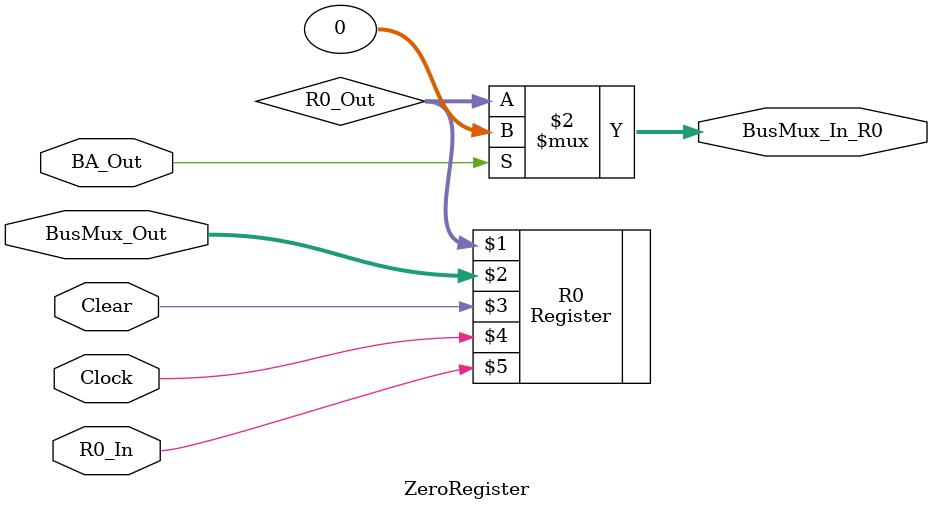
<source format=v>

module ZeroRegister (
   output [31:0] BusMux_In_R0,
   input [31:0] BusMux_Out,
   input Clear, Clock, R0_In, BA_Out
	);

   wire [31:0] R0_Out;

   Register #(0) R0 (R0_Out, BusMux_Out, Clear, Clock, R0_In);
   assign BusMux_In_R0 = (BA_Out == 0) ? R0_Out : 32'd0;
endmodule // ZeroRegister
</source>
